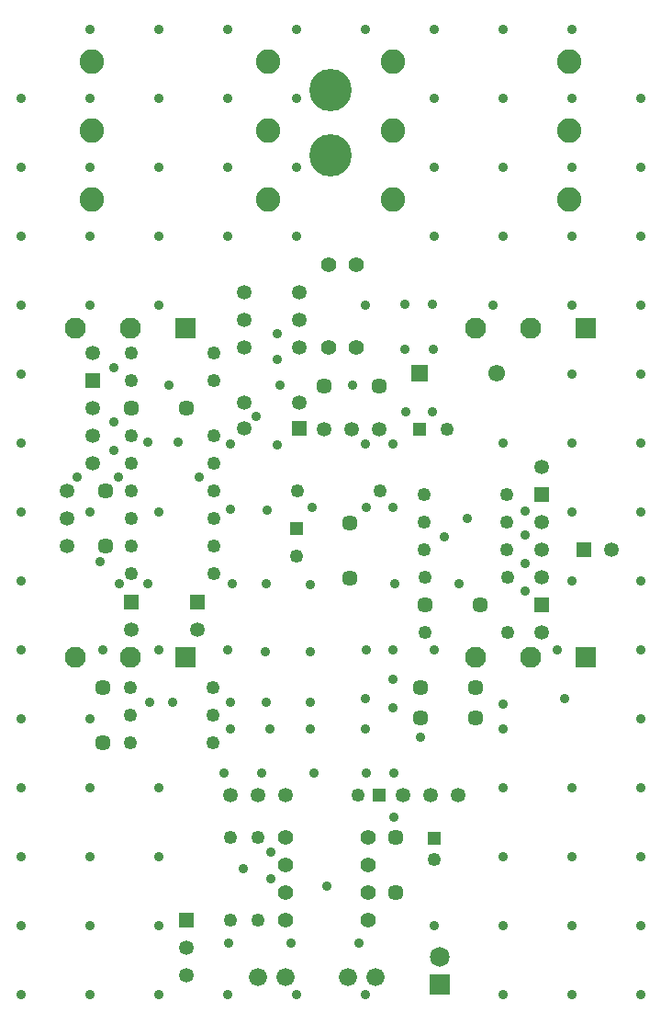
<source format=gts>
G04*
G04 #@! TF.GenerationSoftware,Altium Limited,Altium Designer,19.0.9 (268)*
G04*
G04 Layer_Color=8388736*
%FSLAX25Y25*%
%MOIN*%
G70*
G01*
G75*
%ADD17R,0.05315X0.05315*%
%ADD18C,0.05315*%
%ADD19C,0.04922*%
%ADD20R,0.04922X0.04922*%
%ADD21C,0.05709*%
%ADD22R,0.07678X0.07678*%
%ADD23C,0.07678*%
%ADD24C,0.08859*%
%ADD25C,0.15355*%
%ADD26R,0.05315X0.05315*%
%ADD27R,0.06103X0.06103*%
%ADD28C,0.06103*%
%ADD29R,0.04922X0.04922*%
%ADD30C,0.06591*%
%ADD31C,0.07191*%
%ADD32R,0.07191X0.07191*%
%ADD33C,0.05316*%
%ADD34C,0.05591*%
%ADD35C,0.03591*%
D17*
X63900Y30728D02*
D03*
X208311Y165000D02*
D03*
X105000Y209000D02*
D03*
D18*
X63900Y20728D02*
D03*
Y10728D02*
D03*
X193000Y195000D02*
D03*
Y155000D02*
D03*
Y165000D02*
D03*
Y175000D02*
D03*
X218311Y165000D02*
D03*
X192932Y135000D02*
D03*
X113989Y208896D02*
D03*
X123989D02*
D03*
X133989D02*
D03*
X20500Y166500D02*
D03*
Y176500D02*
D03*
Y186500D02*
D03*
X30000Y236500D02*
D03*
Y216500D02*
D03*
Y206500D02*
D03*
Y196500D02*
D03*
X68000Y136000D02*
D03*
X44000D02*
D03*
X79900Y76100D02*
D03*
X99900D02*
D03*
X89900D02*
D03*
X142463D02*
D03*
X152463D02*
D03*
X162463D02*
D03*
X85000Y209000D02*
D03*
D19*
X79900Y60731D02*
D03*
Y30731D02*
D03*
X126109Y76100D02*
D03*
X89900Y60731D02*
D03*
Y30731D02*
D03*
X180402Y185000D02*
D03*
X150402D02*
D03*
X180400Y175000D02*
D03*
X150400D02*
D03*
X180402Y165000D02*
D03*
X150402D02*
D03*
X180500Y155000D02*
D03*
X150500D02*
D03*
X180500Y135000D02*
D03*
X150500D02*
D03*
X158500Y208875D02*
D03*
X104095Y186602D02*
D03*
X134095D02*
D03*
X104000Y162990D02*
D03*
X44000Y236500D02*
D03*
X74000D02*
D03*
X44000Y226500D02*
D03*
X74000D02*
D03*
Y206521D02*
D03*
X44000D02*
D03*
X74000Y196500D02*
D03*
X44000D02*
D03*
Y186500D02*
D03*
X74000D02*
D03*
X44000Y176500D02*
D03*
X74000D02*
D03*
Y166500D02*
D03*
X44000D02*
D03*
X73900Y156500D02*
D03*
X43900D02*
D03*
X43500Y115000D02*
D03*
X73500D02*
D03*
X43500Y105000D02*
D03*
X73500D02*
D03*
Y95000D02*
D03*
X43500D02*
D03*
X153873Y52689D02*
D03*
D20*
X133989Y76100D02*
D03*
X148500Y208875D02*
D03*
D21*
X114011Y224400D02*
D03*
X134011D02*
D03*
X170500Y145000D02*
D03*
X150500D02*
D03*
X169000Y115128D02*
D03*
X149000D02*
D03*
Y104000D02*
D03*
X169000D02*
D03*
X123292Y154902D02*
D03*
Y174902D02*
D03*
X34500Y166500D02*
D03*
Y186500D02*
D03*
X44000Y216500D02*
D03*
X64000D02*
D03*
X33500Y95127D02*
D03*
Y115128D02*
D03*
X139966Y40731D02*
D03*
Y60731D02*
D03*
D22*
X209000Y245500D02*
D03*
Y126000D02*
D03*
X63500Y245500D02*
D03*
Y126000D02*
D03*
D23*
X189000Y245500D02*
D03*
X169000D02*
D03*
X189000Y126000D02*
D03*
X169000D02*
D03*
X43500Y245500D02*
D03*
X23500D02*
D03*
X43500Y126000D02*
D03*
X23500D02*
D03*
D24*
X138911Y317100D02*
D03*
X202809D02*
D03*
X138911Y342100D02*
D03*
X202809D02*
D03*
X138911Y292100D02*
D03*
X202809D02*
D03*
X29692Y317100D02*
D03*
X93590D02*
D03*
X29692Y342100D02*
D03*
X93590D02*
D03*
X29692Y292100D02*
D03*
X93590D02*
D03*
D25*
X116250Y331900D02*
D03*
Y308278D02*
D03*
D26*
X193000Y185000D02*
D03*
X192932Y145000D02*
D03*
X30000Y226500D02*
D03*
X68000Y146000D02*
D03*
X44000D02*
D03*
D27*
X148500Y229285D02*
D03*
D28*
X176500D02*
D03*
D29*
X104000Y172990D02*
D03*
X153873Y60569D02*
D03*
D30*
X89752Y10000D02*
D03*
X99752D02*
D03*
X132497Y10065D02*
D03*
X122497D02*
D03*
D31*
X155917Y17500D02*
D03*
D32*
Y7500D02*
D03*
D33*
X85000Y218500D02*
D03*
Y238500D02*
D03*
Y248500D02*
D03*
Y258500D02*
D03*
X105000D02*
D03*
Y248500D02*
D03*
Y238500D02*
D03*
Y218500D02*
D03*
D34*
X115674Y238500D02*
D03*
X125674D02*
D03*
Y268500D02*
D03*
X115674D02*
D03*
X129946Y30728D02*
D03*
Y40728D02*
D03*
Y60728D02*
D03*
Y50728D02*
D03*
X99946Y30728D02*
D03*
Y40728D02*
D03*
Y50728D02*
D03*
Y60728D02*
D03*
D35*
X77600Y84200D02*
D03*
X139100D02*
D03*
X129158D02*
D03*
X109000Y100100D02*
D03*
X124169Y224700D02*
D03*
X3750Y153800D02*
D03*
X92800Y109700D02*
D03*
X92600Y128200D02*
D03*
X129085Y128682D02*
D03*
X138900Y203419D02*
D03*
X78750Y353800D02*
D03*
X128900Y100000D02*
D03*
X28750Y3800D02*
D03*
X3750Y178800D02*
D03*
X53750Y3800D02*
D03*
X78750D02*
D03*
X109000Y128191D02*
D03*
X97000Y203311D02*
D03*
X53750Y28800D02*
D03*
X3750Y3800D02*
D03*
X39500Y152903D02*
D03*
X39119Y191500D02*
D03*
X115000Y43127D02*
D03*
X153750Y278800D02*
D03*
X103750Y353800D02*
D03*
X186810Y179000D02*
D03*
X28750Y78800D02*
D03*
X126618Y22500D02*
D03*
X203750Y328800D02*
D03*
Y53800D02*
D03*
X28750Y353800D02*
D03*
X228750Y178800D02*
D03*
X3750Y78800D02*
D03*
X97000Y243500D02*
D03*
X143600Y215200D02*
D03*
X68500Y191507D02*
D03*
X203750Y78800D02*
D03*
Y153800D02*
D03*
X28750Y103800D02*
D03*
X163000Y152903D02*
D03*
X203750Y253800D02*
D03*
X128900Y111000D02*
D03*
X93200Y179581D02*
D03*
X28750Y28800D02*
D03*
X53750Y53800D02*
D03*
X109500Y180500D02*
D03*
X166000Y176633D02*
D03*
X103750Y3800D02*
D03*
X203750D02*
D03*
Y303800D02*
D03*
X128750Y353800D02*
D03*
X3750Y253800D02*
D03*
X153500Y237800D02*
D03*
X228750Y53800D02*
D03*
X102000Y22500D02*
D03*
X128750Y3800D02*
D03*
X139000Y107900D02*
D03*
X186951Y170500D02*
D03*
X37700Y231000D02*
D03*
X53750Y353800D02*
D03*
X178750Y28800D02*
D03*
X128750Y253800D02*
D03*
X91300Y84200D02*
D03*
X201100Y111200D02*
D03*
X109000Y109993D02*
D03*
X153750Y128800D02*
D03*
X198500Y128682D02*
D03*
X153391Y254000D02*
D03*
X53750Y278800D02*
D03*
X3750Y103800D02*
D03*
X50000Y204000D02*
D03*
X178750Y100000D02*
D03*
X153750Y328800D02*
D03*
X37587Y211500D02*
D03*
X3750Y228800D02*
D03*
X153750Y303800D02*
D03*
X59000Y109993D02*
D03*
X178750Y53800D02*
D03*
Y3800D02*
D03*
X33700Y128800D02*
D03*
X28750Y53800D02*
D03*
X186810Y160000D02*
D03*
X153750Y353800D02*
D03*
X228750Y3800D02*
D03*
X28750Y253800D02*
D03*
X203750Y353800D02*
D03*
X50000Y152885D02*
D03*
X203750Y28800D02*
D03*
X228750Y78800D02*
D03*
X129000Y203530D02*
D03*
X178750Y353800D02*
D03*
X80000Y109993D02*
D03*
X109000Y152600D02*
D03*
X78750Y128800D02*
D03*
X37587Y201200D02*
D03*
X129200Y180500D02*
D03*
X143395Y254000D02*
D03*
X53750Y303800D02*
D03*
X28750Y328800D02*
D03*
X3750Y53800D02*
D03*
Y303800D02*
D03*
X89400Y213566D02*
D03*
X50500Y109993D02*
D03*
X94300Y100100D02*
D03*
X3750Y128800D02*
D03*
X24200Y191507D02*
D03*
X53750Y328800D02*
D03*
X228750D02*
D03*
X32500Y160875D02*
D03*
X228750Y303800D02*
D03*
X203750Y278800D02*
D03*
X175200Y253800D02*
D03*
X78750Y328800D02*
D03*
X228750Y153800D02*
D03*
X139500Y152885D02*
D03*
X153750Y28800D02*
D03*
X178750Y78800D02*
D03*
X80000Y179697D02*
D03*
X148907Y97000D02*
D03*
X28750Y278800D02*
D03*
X157500Y169991D02*
D03*
X79913Y203419D02*
D03*
X228750Y278800D02*
D03*
Y253800D02*
D03*
X98000Y224800D02*
D03*
X3750Y28800D02*
D03*
Y203800D02*
D03*
X78750Y303800D02*
D03*
X57500Y224700D02*
D03*
X228750Y228800D02*
D03*
X93000Y152903D02*
D03*
X178750Y303800D02*
D03*
X80687Y152885D02*
D03*
X97000Y234245D02*
D03*
X186810Y150000D02*
D03*
X178750Y203800D02*
D03*
X53750Y78800D02*
D03*
X78750Y278800D02*
D03*
X153300Y215100D02*
D03*
X139000Y128682D02*
D03*
X3750Y328800D02*
D03*
X53750Y128800D02*
D03*
X28750Y178800D02*
D03*
X103750Y303800D02*
D03*
X3750Y278800D02*
D03*
X139000Y118200D02*
D03*
X178750Y278800D02*
D03*
X139000Y180500D02*
D03*
X61066Y204000D02*
D03*
X203750Y203800D02*
D03*
Y228800D02*
D03*
X228750Y103800D02*
D03*
X178750Y109000D02*
D03*
X228750Y128800D02*
D03*
X80000Y100000D02*
D03*
X228750Y28800D02*
D03*
X103750Y278800D02*
D03*
X53750Y253800D02*
D03*
Y178800D02*
D03*
X103750Y328800D02*
D03*
X203750Y178800D02*
D03*
X143400Y237800D02*
D03*
X28750Y303800D02*
D03*
X228750Y203800D02*
D03*
X178750Y328800D02*
D03*
X110100Y84200D02*
D03*
X139400Y68100D02*
D03*
X79100Y22500D02*
D03*
X94700Y45700D02*
D03*
Y55500D02*
D03*
X84500Y49600D02*
D03*
M02*

</source>
